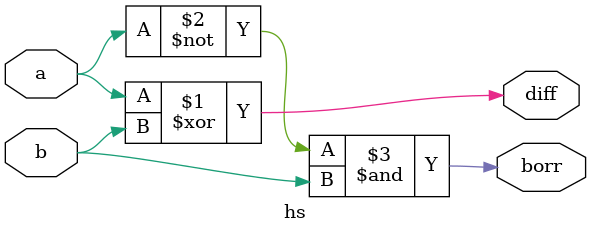
<source format=v>
module hs(input a,b,output diff,borr);

assign diff=a^b;
assign borr=~a&b;

endmodule

</source>
